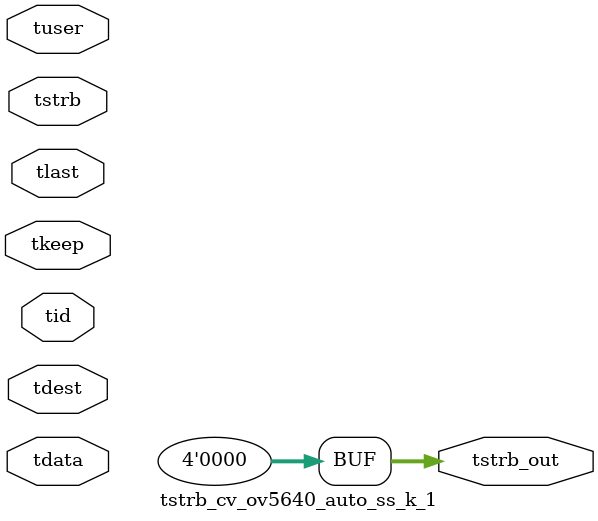
<source format=v>


`timescale 1ps/1ps

module tstrb_cv_ov5640_auto_ss_k_1 #
(
parameter C_S_AXIS_TDATA_WIDTH = 32,
parameter C_S_AXIS_TUSER_WIDTH = 0,
parameter C_S_AXIS_TID_WIDTH   = 0,
parameter C_S_AXIS_TDEST_WIDTH = 0,
parameter C_M_AXIS_TDATA_WIDTH = 32
)
(
input  [(C_S_AXIS_TDATA_WIDTH == 0 ? 1 : C_S_AXIS_TDATA_WIDTH)-1:0     ] tdata,
input  [(C_S_AXIS_TUSER_WIDTH == 0 ? 1 : C_S_AXIS_TUSER_WIDTH)-1:0     ] tuser,
input  [(C_S_AXIS_TID_WIDTH   == 0 ? 1 : C_S_AXIS_TID_WIDTH)-1:0       ] tid,
input  [(C_S_AXIS_TDEST_WIDTH == 0 ? 1 : C_S_AXIS_TDEST_WIDTH)-1:0     ] tdest,
input  [(C_S_AXIS_TDATA_WIDTH/8)-1:0 ] tkeep,
input  [(C_S_AXIS_TDATA_WIDTH/8)-1:0 ] tstrb,
input                                                                    tlast,
output [(C_M_AXIS_TDATA_WIDTH/8)-1:0 ] tstrb_out
);

assign tstrb_out = {1'b0};

endmodule


</source>
